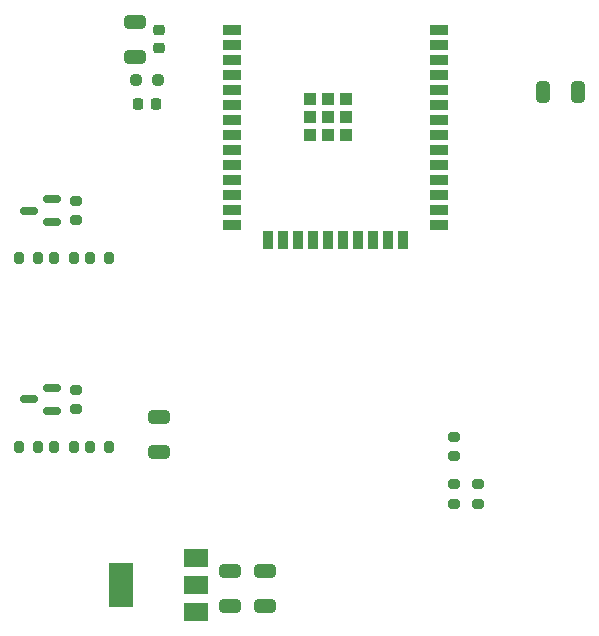
<source format=gtp>
G04 #@! TF.GenerationSoftware,KiCad,Pcbnew,6.0.9-8da3e8f707~117~ubuntu22.04.1*
G04 #@! TF.CreationDate,2022-12-16T18:05:51+00:00*
G04 #@! TF.ProjectId,gauge_servo,67617567-655f-4736-9572-766f2e6b6963,rev?*
G04 #@! TF.SameCoordinates,Original*
G04 #@! TF.FileFunction,Paste,Top*
G04 #@! TF.FilePolarity,Positive*
%FSLAX46Y46*%
G04 Gerber Fmt 4.6, Leading zero omitted, Abs format (unit mm)*
G04 Created by KiCad (PCBNEW 6.0.9-8da3e8f707~117~ubuntu22.04.1) date 2022-12-16 18:05:51*
%MOMM*%
%LPD*%
G01*
G04 APERTURE LIST*
G04 Aperture macros list*
%AMRoundRect*
0 Rectangle with rounded corners*
0 $1 Rounding radius*
0 $2 $3 $4 $5 $6 $7 $8 $9 X,Y pos of 4 corners*
0 Add a 4 corners polygon primitive as box body*
4,1,4,$2,$3,$4,$5,$6,$7,$8,$9,$2,$3,0*
0 Add four circle primitives for the rounded corners*
1,1,$1+$1,$2,$3*
1,1,$1+$1,$4,$5*
1,1,$1+$1,$6,$7*
1,1,$1+$1,$8,$9*
0 Add four rect primitives between the rounded corners*
20,1,$1+$1,$2,$3,$4,$5,0*
20,1,$1+$1,$4,$5,$6,$7,0*
20,1,$1+$1,$6,$7,$8,$9,0*
20,1,$1+$1,$8,$9,$2,$3,0*%
G04 Aperture macros list end*
%ADD10RoundRect,0.150000X0.587500X0.150000X-0.587500X0.150000X-0.587500X-0.150000X0.587500X-0.150000X0*%
%ADD11R,2.000000X1.500000*%
%ADD12R,2.000000X3.800000*%
%ADD13RoundRect,0.250000X-0.650000X0.325000X-0.650000X-0.325000X0.650000X-0.325000X0.650000X0.325000X0*%
%ADD14RoundRect,0.200000X0.275000X-0.200000X0.275000X0.200000X-0.275000X0.200000X-0.275000X-0.200000X0*%
%ADD15RoundRect,0.237500X0.250000X0.237500X-0.250000X0.237500X-0.250000X-0.237500X0.250000X-0.237500X0*%
%ADD16RoundRect,0.250000X0.650000X-0.325000X0.650000X0.325000X-0.650000X0.325000X-0.650000X-0.325000X0*%
%ADD17RoundRect,0.200000X-0.200000X-0.275000X0.200000X-0.275000X0.200000X0.275000X-0.200000X0.275000X0*%
%ADD18R,1.500000X0.900000*%
%ADD19R,0.900000X1.500000*%
%ADD20R,1.050000X1.050000*%
%ADD21RoundRect,0.250000X0.325000X0.650000X-0.325000X0.650000X-0.325000X-0.650000X0.325000X-0.650000X0*%
%ADD22RoundRect,0.225000X0.250000X-0.225000X0.250000X0.225000X-0.250000X0.225000X-0.250000X-0.225000X0*%
%ADD23RoundRect,0.225000X0.225000X0.250000X-0.225000X0.250000X-0.225000X-0.250000X0.225000X-0.250000X0*%
G04 APERTURE END LIST*
D10*
G04 #@! TO.C,Q1*
X125937500Y-90965000D03*
X125937500Y-89065000D03*
X124062500Y-90015000D03*
G04 #@! TD*
D11*
G04 #@! TO.C,U2*
X138150000Y-124000000D03*
D12*
X131850000Y-121700000D03*
D11*
X138150000Y-121700000D03*
X138150000Y-119400000D03*
G04 #@! TD*
D13*
G04 #@! TO.C,C2*
X144000000Y-120525000D03*
X144000000Y-123475000D03*
G04 #@! TD*
G04 #@! TO.C,C3*
X141000000Y-120525000D03*
X141000000Y-123475000D03*
G04 #@! TD*
D14*
G04 #@! TO.C,R3*
X128000000Y-90840000D03*
X128000000Y-89190000D03*
G04 #@! TD*
G04 #@! TO.C,R12*
X160000000Y-114825000D03*
X160000000Y-113175000D03*
G04 #@! TD*
D15*
G04 #@! TO.C,R10*
X134912500Y-79000000D03*
X133087500Y-79000000D03*
G04 #@! TD*
D14*
G04 #@! TO.C,R11*
X162000000Y-114825000D03*
X162000000Y-113175000D03*
G04 #@! TD*
D16*
G04 #@! TO.C,C5*
X133000000Y-76975000D03*
X133000000Y-74025000D03*
G04 #@! TD*
D17*
G04 #@! TO.C,R6*
X123175000Y-110000000D03*
X124825000Y-110000000D03*
G04 #@! TD*
D14*
G04 #@! TO.C,R7*
X128000000Y-106825000D03*
X128000000Y-105175000D03*
G04 #@! TD*
D17*
G04 #@! TO.C,R4*
X126175000Y-94015000D03*
X127825000Y-94015000D03*
G04 #@! TD*
D18*
G04 #@! TO.C,U4*
X141250000Y-74750000D03*
X141250000Y-76020000D03*
X141250000Y-77290000D03*
X141250000Y-78560000D03*
X141250000Y-79830000D03*
X141250000Y-81100000D03*
X141250000Y-82370000D03*
X141250000Y-83640000D03*
X141250000Y-84910000D03*
X141250000Y-86180000D03*
X141250000Y-87450000D03*
X141250000Y-88720000D03*
X141250000Y-89990000D03*
X141250000Y-91260000D03*
D19*
X144290000Y-92510000D03*
X145560000Y-92510000D03*
X146830000Y-92510000D03*
X148100000Y-92510000D03*
X149370000Y-92510000D03*
X150640000Y-92510000D03*
X151910000Y-92510000D03*
X153180000Y-92510000D03*
X154450000Y-92510000D03*
X155720000Y-92510000D03*
D18*
X158750000Y-91260000D03*
X158750000Y-89990000D03*
X158750000Y-88720000D03*
X158750000Y-87450000D03*
X158750000Y-86180000D03*
X158750000Y-84910000D03*
X158750000Y-83640000D03*
X158750000Y-82370000D03*
X158750000Y-81100000D03*
X158750000Y-79830000D03*
X158750000Y-78560000D03*
X158750000Y-77290000D03*
X158750000Y-76020000D03*
X158750000Y-74750000D03*
D20*
X147795000Y-82090000D03*
X149320000Y-82090000D03*
X150845000Y-83615000D03*
X147795000Y-83615000D03*
X150845000Y-82090000D03*
X149320000Y-80565000D03*
X150845000Y-80565000D03*
X149320000Y-83615000D03*
X147795000Y-80565000D03*
G04 #@! TD*
D17*
G04 #@! TO.C,R5*
X129175000Y-94015000D03*
X130825000Y-94015000D03*
G04 #@! TD*
D21*
G04 #@! TO.C,C4*
X170475000Y-80000000D03*
X167525000Y-80000000D03*
G04 #@! TD*
D22*
G04 #@! TO.C,C6*
X135000000Y-76275000D03*
X135000000Y-74725000D03*
G04 #@! TD*
D14*
G04 #@! TO.C,R1*
X160000000Y-110825000D03*
X160000000Y-109175000D03*
G04 #@! TD*
D17*
G04 #@! TO.C,R8*
X126175000Y-110000000D03*
X127825000Y-110000000D03*
G04 #@! TD*
G04 #@! TO.C,R2*
X123175000Y-94015000D03*
X124825000Y-94015000D03*
G04 #@! TD*
D10*
G04 #@! TO.C,Q2*
X125937500Y-106950000D03*
X125937500Y-105050000D03*
X124062500Y-106000000D03*
G04 #@! TD*
D23*
G04 #@! TO.C,C7*
X134775000Y-81000000D03*
X133225000Y-81000000D03*
G04 #@! TD*
D16*
G04 #@! TO.C,C1*
X135000000Y-110475000D03*
X135000000Y-107525000D03*
G04 #@! TD*
D17*
G04 #@! TO.C,R9*
X129175000Y-110000000D03*
X130825000Y-110000000D03*
G04 #@! TD*
M02*

</source>
